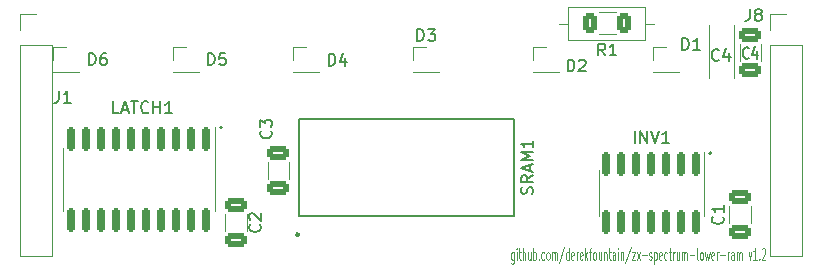
<source format=gto>
G04 #@! TF.GenerationSoftware,KiCad,Pcbnew,6.0.10-86aedd382b~118~ubuntu20.04.1*
G04 #@! TF.CreationDate,2022-12-28T18:12:39+00:00*
G04 #@! TF.ProjectId,slrm,736c726d-2e6b-4696-9361-645f70636258,rev?*
G04 #@! TF.SameCoordinates,Original*
G04 #@! TF.FileFunction,Legend,Top*
G04 #@! TF.FilePolarity,Positive*
%FSLAX46Y46*%
G04 Gerber Fmt 4.6, Leading zero omitted, Abs format (unit mm)*
G04 Created by KiCad (PCBNEW 6.0.10-86aedd382b~118~ubuntu20.04.1) date 2022-12-28 18:12:39*
%MOMM*%
%LPD*%
G01*
G04 APERTURE LIST*
G04 Aperture macros list*
%AMRoundRect*
0 Rectangle with rounded corners*
0 $1 Rounding radius*
0 $2 $3 $4 $5 $6 $7 $8 $9 X,Y pos of 4 corners*
0 Add a 4 corners polygon primitive as box body*
4,1,4,$2,$3,$4,$5,$6,$7,$8,$9,$2,$3,0*
0 Add four circle primitives for the rounded corners*
1,1,$1+$1,$2,$3*
1,1,$1+$1,$4,$5*
1,1,$1+$1,$6,$7*
1,1,$1+$1,$8,$9*
0 Add four rect primitives between the rounded corners*
20,1,$1+$1,$2,$3,$4,$5,0*
20,1,$1+$1,$4,$5,$6,$7,0*
20,1,$1+$1,$6,$7,$8,$9,0*
20,1,$1+$1,$8,$9,$2,$3,0*%
G04 Aperture macros list end*
%ADD10C,0.150000*%
%ADD11C,0.125000*%
%ADD12C,0.120000*%
%ADD13C,0.200000*%
%ADD14C,0.223606*%
%ADD15RoundRect,0.250000X-0.312500X-0.625000X0.312500X-0.625000X0.312500X0.625000X-0.312500X0.625000X0*%
%ADD16RoundRect,0.250000X0.650000X-0.325000X0.650000X0.325000X-0.650000X0.325000X-0.650000X-0.325000X0*%
%ADD17R,1.350000X1.350000*%
%ADD18C,1.600000*%
%ADD19O,0.600000X2.250000*%
%ADD20R,1.700000X1.700000*%
%ADD21O,1.700000X1.700000*%
%ADD22O,1.600000X1.600000*%
%ADD23RoundRect,0.150000X-0.150000X0.837500X-0.150000X-0.837500X0.150000X-0.837500X0.150000X0.837500X0*%
%ADD24RoundRect,0.150000X-0.150000X0.825000X-0.150000X-0.825000X0.150000X-0.825000X0.150000X0.825000X0*%
%ADD25RoundRect,0.250000X-0.650000X0.325000X-0.650000X-0.325000X0.650000X-0.325000X0.650000X0.325000X0*%
G04 APERTURE END LIST*
D10*
X135160000Y-94630000D02*
G75*
G03*
X135160000Y-94630000I-100000J0D01*
G01*
X176580000Y-96820000D02*
G75*
G03*
X176580000Y-96820000I-100000J0D01*
G01*
D11*
X159833990Y-105170314D02*
X159833990Y-105979838D01*
X159810180Y-106075076D01*
X159786371Y-106122695D01*
X159738752Y-106170314D01*
X159667323Y-106170314D01*
X159619704Y-106122695D01*
X159833990Y-105789361D02*
X159786371Y-105836980D01*
X159691133Y-105836980D01*
X159643514Y-105789361D01*
X159619704Y-105741742D01*
X159595895Y-105646504D01*
X159595895Y-105360790D01*
X159619704Y-105265552D01*
X159643514Y-105217933D01*
X159691133Y-105170314D01*
X159786371Y-105170314D01*
X159833990Y-105217933D01*
X160072085Y-105836980D02*
X160072085Y-105170314D01*
X160072085Y-104836980D02*
X160048276Y-104884600D01*
X160072085Y-104932219D01*
X160095895Y-104884600D01*
X160072085Y-104836980D01*
X160072085Y-104932219D01*
X160238752Y-105170314D02*
X160429228Y-105170314D01*
X160310180Y-104836980D02*
X160310180Y-105694123D01*
X160333990Y-105789361D01*
X160381609Y-105836980D01*
X160429228Y-105836980D01*
X160595895Y-105836980D02*
X160595895Y-104836980D01*
X160810180Y-105836980D02*
X160810180Y-105313171D01*
X160786371Y-105217933D01*
X160738752Y-105170314D01*
X160667323Y-105170314D01*
X160619704Y-105217933D01*
X160595895Y-105265552D01*
X161262561Y-105170314D02*
X161262561Y-105836980D01*
X161048276Y-105170314D02*
X161048276Y-105694123D01*
X161072085Y-105789361D01*
X161119704Y-105836980D01*
X161191133Y-105836980D01*
X161238752Y-105789361D01*
X161262561Y-105741742D01*
X161500657Y-105836980D02*
X161500657Y-104836980D01*
X161500657Y-105217933D02*
X161548276Y-105170314D01*
X161643514Y-105170314D01*
X161691133Y-105217933D01*
X161714942Y-105265552D01*
X161738752Y-105360790D01*
X161738752Y-105646504D01*
X161714942Y-105741742D01*
X161691133Y-105789361D01*
X161643514Y-105836980D01*
X161548276Y-105836980D01*
X161500657Y-105789361D01*
X161953038Y-105741742D02*
X161976847Y-105789361D01*
X161953038Y-105836980D01*
X161929228Y-105789361D01*
X161953038Y-105741742D01*
X161953038Y-105836980D01*
X162405419Y-105789361D02*
X162357800Y-105836980D01*
X162262561Y-105836980D01*
X162214942Y-105789361D01*
X162191133Y-105741742D01*
X162167323Y-105646504D01*
X162167323Y-105360790D01*
X162191133Y-105265552D01*
X162214942Y-105217933D01*
X162262561Y-105170314D01*
X162357800Y-105170314D01*
X162405419Y-105217933D01*
X162691133Y-105836980D02*
X162643514Y-105789361D01*
X162619704Y-105741742D01*
X162595895Y-105646504D01*
X162595895Y-105360790D01*
X162619704Y-105265552D01*
X162643514Y-105217933D01*
X162691133Y-105170314D01*
X162762561Y-105170314D01*
X162810180Y-105217933D01*
X162833990Y-105265552D01*
X162857800Y-105360790D01*
X162857800Y-105646504D01*
X162833990Y-105741742D01*
X162810180Y-105789361D01*
X162762561Y-105836980D01*
X162691133Y-105836980D01*
X163072085Y-105836980D02*
X163072085Y-105170314D01*
X163072085Y-105265552D02*
X163095895Y-105217933D01*
X163143514Y-105170314D01*
X163214942Y-105170314D01*
X163262561Y-105217933D01*
X163286371Y-105313171D01*
X163286371Y-105836980D01*
X163286371Y-105313171D02*
X163310180Y-105217933D01*
X163357800Y-105170314D01*
X163429228Y-105170314D01*
X163476847Y-105217933D01*
X163500657Y-105313171D01*
X163500657Y-105836980D01*
X164095895Y-104789361D02*
X163667323Y-106075076D01*
X164476847Y-105836980D02*
X164476847Y-104836980D01*
X164476847Y-105789361D02*
X164429228Y-105836980D01*
X164333990Y-105836980D01*
X164286371Y-105789361D01*
X164262561Y-105741742D01*
X164238752Y-105646504D01*
X164238752Y-105360790D01*
X164262561Y-105265552D01*
X164286371Y-105217933D01*
X164333990Y-105170314D01*
X164429228Y-105170314D01*
X164476847Y-105217933D01*
X164905419Y-105789361D02*
X164857800Y-105836980D01*
X164762561Y-105836980D01*
X164714942Y-105789361D01*
X164691133Y-105694123D01*
X164691133Y-105313171D01*
X164714942Y-105217933D01*
X164762561Y-105170314D01*
X164857800Y-105170314D01*
X164905419Y-105217933D01*
X164929228Y-105313171D01*
X164929228Y-105408409D01*
X164691133Y-105503647D01*
X165143514Y-105836980D02*
X165143514Y-105170314D01*
X165143514Y-105360790D02*
X165167323Y-105265552D01*
X165191133Y-105217933D01*
X165238752Y-105170314D01*
X165286371Y-105170314D01*
X165643514Y-105789361D02*
X165595895Y-105836980D01*
X165500657Y-105836980D01*
X165453038Y-105789361D01*
X165429228Y-105694123D01*
X165429228Y-105313171D01*
X165453038Y-105217933D01*
X165500657Y-105170314D01*
X165595895Y-105170314D01*
X165643514Y-105217933D01*
X165667323Y-105313171D01*
X165667323Y-105408409D01*
X165429228Y-105503647D01*
X165881609Y-105836980D02*
X165881609Y-104836980D01*
X165929228Y-105456028D02*
X166072085Y-105836980D01*
X166072085Y-105170314D02*
X165881609Y-105551266D01*
X166214942Y-105170314D02*
X166405419Y-105170314D01*
X166286371Y-105836980D02*
X166286371Y-104979838D01*
X166310180Y-104884600D01*
X166357800Y-104836980D01*
X166405419Y-104836980D01*
X166643514Y-105836980D02*
X166595895Y-105789361D01*
X166572085Y-105741742D01*
X166548276Y-105646504D01*
X166548276Y-105360790D01*
X166572085Y-105265552D01*
X166595895Y-105217933D01*
X166643514Y-105170314D01*
X166714942Y-105170314D01*
X166762561Y-105217933D01*
X166786371Y-105265552D01*
X166810180Y-105360790D01*
X166810180Y-105646504D01*
X166786371Y-105741742D01*
X166762561Y-105789361D01*
X166714942Y-105836980D01*
X166643514Y-105836980D01*
X167238752Y-105170314D02*
X167238752Y-105836980D01*
X167024466Y-105170314D02*
X167024466Y-105694123D01*
X167048276Y-105789361D01*
X167095895Y-105836980D01*
X167167323Y-105836980D01*
X167214942Y-105789361D01*
X167238752Y-105741742D01*
X167476847Y-105170314D02*
X167476847Y-105836980D01*
X167476847Y-105265552D02*
X167500657Y-105217933D01*
X167548276Y-105170314D01*
X167619704Y-105170314D01*
X167667323Y-105217933D01*
X167691133Y-105313171D01*
X167691133Y-105836980D01*
X167857800Y-105170314D02*
X168048276Y-105170314D01*
X167929228Y-104836980D02*
X167929228Y-105694123D01*
X167953038Y-105789361D01*
X168000657Y-105836980D01*
X168048276Y-105836980D01*
X168429228Y-105836980D02*
X168429228Y-105313171D01*
X168405419Y-105217933D01*
X168357800Y-105170314D01*
X168262561Y-105170314D01*
X168214942Y-105217933D01*
X168429228Y-105789361D02*
X168381609Y-105836980D01*
X168262561Y-105836980D01*
X168214942Y-105789361D01*
X168191133Y-105694123D01*
X168191133Y-105598885D01*
X168214942Y-105503647D01*
X168262561Y-105456028D01*
X168381609Y-105456028D01*
X168429228Y-105408409D01*
X168667323Y-105836980D02*
X168667323Y-105170314D01*
X168667323Y-104836980D02*
X168643514Y-104884600D01*
X168667323Y-104932219D01*
X168691133Y-104884600D01*
X168667323Y-104836980D01*
X168667323Y-104932219D01*
X168905419Y-105170314D02*
X168905419Y-105836980D01*
X168905419Y-105265552D02*
X168929228Y-105217933D01*
X168976847Y-105170314D01*
X169048276Y-105170314D01*
X169095895Y-105217933D01*
X169119704Y-105313171D01*
X169119704Y-105836980D01*
X169714942Y-104789361D02*
X169286371Y-106075076D01*
X169833990Y-105170314D02*
X170095895Y-105170314D01*
X169833990Y-105836980D01*
X170095895Y-105836980D01*
X170238752Y-105836980D02*
X170500657Y-105170314D01*
X170238752Y-105170314D02*
X170500657Y-105836980D01*
X170691133Y-105456028D02*
X171072085Y-105456028D01*
X171286371Y-105789361D02*
X171333990Y-105836980D01*
X171429228Y-105836980D01*
X171476847Y-105789361D01*
X171500657Y-105694123D01*
X171500657Y-105646504D01*
X171476847Y-105551266D01*
X171429228Y-105503647D01*
X171357800Y-105503647D01*
X171310180Y-105456028D01*
X171286371Y-105360790D01*
X171286371Y-105313171D01*
X171310180Y-105217933D01*
X171357800Y-105170314D01*
X171429228Y-105170314D01*
X171476847Y-105217933D01*
X171714942Y-105170314D02*
X171714942Y-106170314D01*
X171714942Y-105217933D02*
X171762561Y-105170314D01*
X171857800Y-105170314D01*
X171905419Y-105217933D01*
X171929228Y-105265552D01*
X171953038Y-105360790D01*
X171953038Y-105646504D01*
X171929228Y-105741742D01*
X171905419Y-105789361D01*
X171857800Y-105836980D01*
X171762561Y-105836980D01*
X171714942Y-105789361D01*
X172357800Y-105789361D02*
X172310180Y-105836980D01*
X172214942Y-105836980D01*
X172167323Y-105789361D01*
X172143514Y-105694123D01*
X172143514Y-105313171D01*
X172167323Y-105217933D01*
X172214942Y-105170314D01*
X172310180Y-105170314D01*
X172357800Y-105217933D01*
X172381609Y-105313171D01*
X172381609Y-105408409D01*
X172143514Y-105503647D01*
X172810180Y-105789361D02*
X172762561Y-105836980D01*
X172667323Y-105836980D01*
X172619704Y-105789361D01*
X172595895Y-105741742D01*
X172572085Y-105646504D01*
X172572085Y-105360790D01*
X172595895Y-105265552D01*
X172619704Y-105217933D01*
X172667323Y-105170314D01*
X172762561Y-105170314D01*
X172810180Y-105217933D01*
X172953038Y-105170314D02*
X173143514Y-105170314D01*
X173024466Y-104836980D02*
X173024466Y-105694123D01*
X173048276Y-105789361D01*
X173095895Y-105836980D01*
X173143514Y-105836980D01*
X173310180Y-105836980D02*
X173310180Y-105170314D01*
X173310180Y-105360790D02*
X173333990Y-105265552D01*
X173357800Y-105217933D01*
X173405419Y-105170314D01*
X173453038Y-105170314D01*
X173833990Y-105170314D02*
X173833990Y-105836980D01*
X173619704Y-105170314D02*
X173619704Y-105694123D01*
X173643514Y-105789361D01*
X173691133Y-105836980D01*
X173762561Y-105836980D01*
X173810180Y-105789361D01*
X173833990Y-105741742D01*
X174072085Y-105836980D02*
X174072085Y-105170314D01*
X174072085Y-105265552D02*
X174095895Y-105217933D01*
X174143514Y-105170314D01*
X174214942Y-105170314D01*
X174262561Y-105217933D01*
X174286371Y-105313171D01*
X174286371Y-105836980D01*
X174286371Y-105313171D02*
X174310180Y-105217933D01*
X174357800Y-105170314D01*
X174429228Y-105170314D01*
X174476847Y-105217933D01*
X174500657Y-105313171D01*
X174500657Y-105836980D01*
X174738752Y-105456028D02*
X175119704Y-105456028D01*
X175429228Y-105836980D02*
X175381609Y-105789361D01*
X175357800Y-105694123D01*
X175357800Y-104836980D01*
X175691133Y-105836980D02*
X175643514Y-105789361D01*
X175619704Y-105741742D01*
X175595895Y-105646504D01*
X175595895Y-105360790D01*
X175619704Y-105265552D01*
X175643514Y-105217933D01*
X175691133Y-105170314D01*
X175762561Y-105170314D01*
X175810180Y-105217933D01*
X175833990Y-105265552D01*
X175857800Y-105360790D01*
X175857800Y-105646504D01*
X175833990Y-105741742D01*
X175810180Y-105789361D01*
X175762561Y-105836980D01*
X175691133Y-105836980D01*
X176024466Y-105170314D02*
X176119704Y-105836980D01*
X176214942Y-105360790D01*
X176310180Y-105836980D01*
X176405419Y-105170314D01*
X176786371Y-105789361D02*
X176738752Y-105836980D01*
X176643514Y-105836980D01*
X176595895Y-105789361D01*
X176572085Y-105694123D01*
X176572085Y-105313171D01*
X176595895Y-105217933D01*
X176643514Y-105170314D01*
X176738752Y-105170314D01*
X176786371Y-105217933D01*
X176810180Y-105313171D01*
X176810180Y-105408409D01*
X176572085Y-105503647D01*
X177024466Y-105836980D02*
X177024466Y-105170314D01*
X177024466Y-105360790D02*
X177048276Y-105265552D01*
X177072085Y-105217933D01*
X177119704Y-105170314D01*
X177167323Y-105170314D01*
X177333990Y-105456028D02*
X177714942Y-105456028D01*
X177953038Y-105836980D02*
X177953038Y-105170314D01*
X177953038Y-105360790D02*
X177976847Y-105265552D01*
X178000657Y-105217933D01*
X178048276Y-105170314D01*
X178095895Y-105170314D01*
X178476847Y-105836980D02*
X178476847Y-105313171D01*
X178453038Y-105217933D01*
X178405419Y-105170314D01*
X178310180Y-105170314D01*
X178262561Y-105217933D01*
X178476847Y-105789361D02*
X178429228Y-105836980D01*
X178310180Y-105836980D01*
X178262561Y-105789361D01*
X178238752Y-105694123D01*
X178238752Y-105598885D01*
X178262561Y-105503647D01*
X178310180Y-105456028D01*
X178429228Y-105456028D01*
X178476847Y-105408409D01*
X178714942Y-105836980D02*
X178714942Y-105170314D01*
X178714942Y-105265552D02*
X178738752Y-105217933D01*
X178786371Y-105170314D01*
X178857800Y-105170314D01*
X178905419Y-105217933D01*
X178929228Y-105313171D01*
X178929228Y-105836980D01*
X178929228Y-105313171D02*
X178953038Y-105217933D01*
X179000657Y-105170314D01*
X179072085Y-105170314D01*
X179119704Y-105217933D01*
X179143514Y-105313171D01*
X179143514Y-105836980D01*
X179714942Y-105170314D02*
X179833990Y-105836980D01*
X179953038Y-105170314D01*
X180405419Y-105836980D02*
X180119704Y-105836980D01*
X180262561Y-105836980D02*
X180262561Y-104836980D01*
X180214942Y-104979838D01*
X180167323Y-105075076D01*
X180119704Y-105122695D01*
X180619704Y-105741742D02*
X180643514Y-105789361D01*
X180619704Y-105836980D01*
X180595895Y-105789361D01*
X180619704Y-105741742D01*
X180619704Y-105836980D01*
X180833990Y-104932219D02*
X180857800Y-104884600D01*
X180905419Y-104836980D01*
X181024466Y-104836980D01*
X181072085Y-104884600D01*
X181095895Y-104932219D01*
X181119704Y-105027457D01*
X181119704Y-105122695D01*
X181095895Y-105265552D01*
X180810180Y-105836980D01*
X181119704Y-105836980D01*
D10*
X179726666Y-88717142D02*
X179688571Y-88764761D01*
X179574285Y-88812380D01*
X179498095Y-88812380D01*
X179383809Y-88764761D01*
X179307619Y-88669523D01*
X179269523Y-88574285D01*
X179231428Y-88383809D01*
X179231428Y-88240952D01*
X179269523Y-88050476D01*
X179307619Y-87955238D01*
X179383809Y-87860000D01*
X179498095Y-87812380D01*
X179574285Y-87812380D01*
X179688571Y-87860000D01*
X179726666Y-87907619D01*
X180412380Y-88145714D02*
X180412380Y-88812380D01*
X180221904Y-87764761D02*
X180031428Y-88479047D01*
X180526666Y-88479047D01*
X123861904Y-89322380D02*
X123861904Y-88322380D01*
X124100000Y-88322380D01*
X124242857Y-88370000D01*
X124338095Y-88465238D01*
X124385714Y-88560476D01*
X124433333Y-88750952D01*
X124433333Y-88893809D01*
X124385714Y-89084285D01*
X124338095Y-89179523D01*
X124242857Y-89274761D01*
X124100000Y-89322380D01*
X123861904Y-89322380D01*
X125290476Y-88322380D02*
X125100000Y-88322380D01*
X125004761Y-88370000D01*
X124957142Y-88417619D01*
X124861904Y-88560476D01*
X124814285Y-88750952D01*
X124814285Y-89131904D01*
X124861904Y-89227142D01*
X124909523Y-89274761D01*
X125004761Y-89322380D01*
X125195238Y-89322380D01*
X125290476Y-89274761D01*
X125338095Y-89227142D01*
X125385714Y-89131904D01*
X125385714Y-88893809D01*
X125338095Y-88798571D01*
X125290476Y-88750952D01*
X125195238Y-88703333D01*
X125004761Y-88703333D01*
X124909523Y-88750952D01*
X124861904Y-88798571D01*
X124814285Y-88893809D01*
X164381904Y-89872380D02*
X164381904Y-88872380D01*
X164620000Y-88872380D01*
X164762857Y-88920000D01*
X164858095Y-89015238D01*
X164905714Y-89110476D01*
X164953333Y-89300952D01*
X164953333Y-89443809D01*
X164905714Y-89634285D01*
X164858095Y-89729523D01*
X164762857Y-89824761D01*
X164620000Y-89872380D01*
X164381904Y-89872380D01*
X165334285Y-88967619D02*
X165381904Y-88920000D01*
X165477142Y-88872380D01*
X165715238Y-88872380D01*
X165810476Y-88920000D01*
X165858095Y-88967619D01*
X165905714Y-89062857D01*
X165905714Y-89158095D01*
X165858095Y-89300952D01*
X165286666Y-89872380D01*
X165905714Y-89872380D01*
X177193333Y-88887142D02*
X177145714Y-88934761D01*
X177002857Y-88982380D01*
X176907619Y-88982380D01*
X176764761Y-88934761D01*
X176669523Y-88839523D01*
X176621904Y-88744285D01*
X176574285Y-88553809D01*
X176574285Y-88410952D01*
X176621904Y-88220476D01*
X176669523Y-88125238D01*
X176764761Y-88030000D01*
X176907619Y-87982380D01*
X177002857Y-87982380D01*
X177145714Y-88030000D01*
X177193333Y-88077619D01*
X178050476Y-88315714D02*
X178050476Y-88982380D01*
X177812380Y-87934761D02*
X177574285Y-88649047D01*
X178193333Y-88649047D01*
X144151904Y-89382380D02*
X144151904Y-88382380D01*
X144390000Y-88382380D01*
X144532857Y-88430000D01*
X144628095Y-88525238D01*
X144675714Y-88620476D01*
X144723333Y-88810952D01*
X144723333Y-88953809D01*
X144675714Y-89144285D01*
X144628095Y-89239523D01*
X144532857Y-89334761D01*
X144390000Y-89382380D01*
X144151904Y-89382380D01*
X145580476Y-88715714D02*
X145580476Y-89382380D01*
X145342380Y-88334761D02*
X145104285Y-89049047D01*
X145723333Y-89049047D01*
X161405316Y-100265003D02*
X161453000Y-100121950D01*
X161453000Y-99883529D01*
X161405316Y-99788160D01*
X161357632Y-99740476D01*
X161262263Y-99692792D01*
X161166895Y-99692792D01*
X161071526Y-99740476D01*
X161023842Y-99788160D01*
X160976157Y-99883529D01*
X160928473Y-100074266D01*
X160880789Y-100169635D01*
X160833105Y-100217319D01*
X160737736Y-100265003D01*
X160642367Y-100265003D01*
X160546999Y-100217319D01*
X160499315Y-100169635D01*
X160451630Y-100074266D01*
X160451630Y-99835845D01*
X160499315Y-99692792D01*
X161453000Y-98691422D02*
X160976157Y-99025212D01*
X161453000Y-99263633D02*
X160451630Y-99263633D01*
X160451630Y-98882159D01*
X160499315Y-98786790D01*
X160546999Y-98739106D01*
X160642367Y-98691422D01*
X160785420Y-98691422D01*
X160880789Y-98739106D01*
X160928473Y-98786790D01*
X160976157Y-98882159D01*
X160976157Y-99263633D01*
X161166895Y-98309947D02*
X161166895Y-97833105D01*
X161453000Y-98405316D02*
X160451630Y-98071526D01*
X161453000Y-97737736D01*
X161453000Y-97403946D02*
X160451630Y-97403946D01*
X161166895Y-97070156D01*
X160451630Y-96736366D01*
X161453000Y-96736366D01*
X161453000Y-95734996D02*
X161453000Y-96307207D01*
X161453000Y-96021102D02*
X160451630Y-96021102D01*
X160594683Y-96116470D01*
X160690052Y-96211839D01*
X160737736Y-96307207D01*
X121326666Y-91522380D02*
X121326666Y-92236666D01*
X121279047Y-92379523D01*
X121183809Y-92474761D01*
X121040952Y-92522380D01*
X120945714Y-92522380D01*
X122326666Y-92522380D02*
X121755238Y-92522380D01*
X122040952Y-92522380D02*
X122040952Y-91522380D01*
X121945714Y-91665238D01*
X121850476Y-91760476D01*
X121755238Y-91808095D01*
X177507142Y-102166666D02*
X177554761Y-102214285D01*
X177602380Y-102357142D01*
X177602380Y-102452380D01*
X177554761Y-102595238D01*
X177459523Y-102690476D01*
X177364285Y-102738095D01*
X177173809Y-102785714D01*
X177030952Y-102785714D01*
X176840476Y-102738095D01*
X176745238Y-102690476D01*
X176650000Y-102595238D01*
X176602380Y-102452380D01*
X176602380Y-102357142D01*
X176650000Y-102214285D01*
X176697619Y-102166666D01*
X177602380Y-101214285D02*
X177602380Y-101785714D01*
X177602380Y-101500000D02*
X176602380Y-101500000D01*
X176745238Y-101595238D01*
X176840476Y-101690476D01*
X176888095Y-101785714D01*
X167573333Y-88522380D02*
X167240000Y-88046190D01*
X167001904Y-88522380D02*
X167001904Y-87522380D01*
X167382857Y-87522380D01*
X167478095Y-87570000D01*
X167525714Y-87617619D01*
X167573333Y-87712857D01*
X167573333Y-87855714D01*
X167525714Y-87950952D01*
X167478095Y-87998571D01*
X167382857Y-88046190D01*
X167001904Y-88046190D01*
X168525714Y-88522380D02*
X167954285Y-88522380D01*
X168240000Y-88522380D02*
X168240000Y-87522380D01*
X168144761Y-87665238D01*
X168049523Y-87760476D01*
X167954285Y-87808095D01*
X138316968Y-102841666D02*
X138364587Y-102889285D01*
X138412206Y-103032142D01*
X138412206Y-103127380D01*
X138364587Y-103270238D01*
X138269349Y-103365476D01*
X138174111Y-103413095D01*
X137983635Y-103460714D01*
X137840778Y-103460714D01*
X137650302Y-103413095D01*
X137555064Y-103365476D01*
X137459826Y-103270238D01*
X137412206Y-103127380D01*
X137412206Y-103032142D01*
X137459826Y-102889285D01*
X137507445Y-102841666D01*
X137507445Y-102460714D02*
X137459826Y-102413095D01*
X137412206Y-102317857D01*
X137412206Y-102079761D01*
X137459826Y-101984523D01*
X137507445Y-101936904D01*
X137602683Y-101889285D01*
X137697921Y-101889285D01*
X137840778Y-101936904D01*
X138412206Y-102508333D01*
X138412206Y-101889285D01*
X179816666Y-84612380D02*
X179816666Y-85326666D01*
X179769047Y-85469523D01*
X179673809Y-85564761D01*
X179530952Y-85612380D01*
X179435714Y-85612380D01*
X180435714Y-85040952D02*
X180340476Y-84993333D01*
X180292857Y-84945714D01*
X180245238Y-84850476D01*
X180245238Y-84802857D01*
X180292857Y-84707619D01*
X180340476Y-84660000D01*
X180435714Y-84612380D01*
X180626190Y-84612380D01*
X180721428Y-84660000D01*
X180769047Y-84707619D01*
X180816666Y-84802857D01*
X180816666Y-84850476D01*
X180769047Y-84945714D01*
X180721428Y-84993333D01*
X180626190Y-85040952D01*
X180435714Y-85040952D01*
X180340476Y-85088571D01*
X180292857Y-85136190D01*
X180245238Y-85231428D01*
X180245238Y-85421904D01*
X180292857Y-85517142D01*
X180340476Y-85564761D01*
X180435714Y-85612380D01*
X180626190Y-85612380D01*
X180721428Y-85564761D01*
X180769047Y-85517142D01*
X180816666Y-85421904D01*
X180816666Y-85231428D01*
X180769047Y-85136190D01*
X180721428Y-85088571D01*
X180626190Y-85040952D01*
X133941904Y-89342380D02*
X133941904Y-88342380D01*
X134180000Y-88342380D01*
X134322857Y-88390000D01*
X134418095Y-88485238D01*
X134465714Y-88580476D01*
X134513333Y-88770952D01*
X134513333Y-88913809D01*
X134465714Y-89104285D01*
X134418095Y-89199523D01*
X134322857Y-89294761D01*
X134180000Y-89342380D01*
X133941904Y-89342380D01*
X135418095Y-88342380D02*
X134941904Y-88342380D01*
X134894285Y-88818571D01*
X134941904Y-88770952D01*
X135037142Y-88723333D01*
X135275238Y-88723333D01*
X135370476Y-88770952D01*
X135418095Y-88818571D01*
X135465714Y-88913809D01*
X135465714Y-89151904D01*
X135418095Y-89247142D01*
X135370476Y-89294761D01*
X135275238Y-89342380D01*
X135037142Y-89342380D01*
X134941904Y-89294761D01*
X134894285Y-89247142D01*
X174091904Y-88062380D02*
X174091904Y-87062380D01*
X174330000Y-87062380D01*
X174472857Y-87110000D01*
X174568095Y-87205238D01*
X174615714Y-87300476D01*
X174663333Y-87490952D01*
X174663333Y-87633809D01*
X174615714Y-87824285D01*
X174568095Y-87919523D01*
X174472857Y-88014761D01*
X174330000Y-88062380D01*
X174091904Y-88062380D01*
X175615714Y-88062380D02*
X175044285Y-88062380D01*
X175330000Y-88062380D02*
X175330000Y-87062380D01*
X175234761Y-87205238D01*
X175139523Y-87300476D01*
X175044285Y-87348095D01*
X126371600Y-93416380D02*
X125895409Y-93416380D01*
X125895409Y-92416380D01*
X126657314Y-93130666D02*
X127133504Y-93130666D01*
X126562076Y-93416380D02*
X126895409Y-92416380D01*
X127228742Y-93416380D01*
X127419219Y-92416380D02*
X127990647Y-92416380D01*
X127704933Y-93416380D02*
X127704933Y-92416380D01*
X128895409Y-93321142D02*
X128847790Y-93368761D01*
X128704933Y-93416380D01*
X128609695Y-93416380D01*
X128466838Y-93368761D01*
X128371600Y-93273523D01*
X128323980Y-93178285D01*
X128276361Y-92987809D01*
X128276361Y-92844952D01*
X128323980Y-92654476D01*
X128371600Y-92559238D01*
X128466838Y-92464000D01*
X128609695Y-92416380D01*
X128704933Y-92416380D01*
X128847790Y-92464000D01*
X128895409Y-92511619D01*
X129323980Y-93416380D02*
X129323980Y-92416380D01*
X129323980Y-92892571D02*
X129895409Y-92892571D01*
X129895409Y-93416380D02*
X129895409Y-92416380D01*
X130895409Y-93416380D02*
X130323980Y-93416380D01*
X130609695Y-93416380D02*
X130609695Y-92416380D01*
X130514457Y-92559238D01*
X130419219Y-92654476D01*
X130323980Y-92702095D01*
X170072228Y-95930980D02*
X170072228Y-94930980D01*
X170548419Y-95930980D02*
X170548419Y-94930980D01*
X171119847Y-95930980D01*
X171119847Y-94930980D01*
X171453180Y-94930980D02*
X171786514Y-95930980D01*
X172119847Y-94930980D01*
X172976990Y-95930980D02*
X172405561Y-95930980D01*
X172691276Y-95930980D02*
X172691276Y-94930980D01*
X172596038Y-95073838D01*
X172500800Y-95169076D01*
X172405561Y-95216695D01*
X151661904Y-87292380D02*
X151661904Y-86292380D01*
X151900000Y-86292380D01*
X152042857Y-86340000D01*
X152138095Y-86435238D01*
X152185714Y-86530476D01*
X152233333Y-86720952D01*
X152233333Y-86863809D01*
X152185714Y-87054285D01*
X152138095Y-87149523D01*
X152042857Y-87244761D01*
X151900000Y-87292380D01*
X151661904Y-87292380D01*
X152566666Y-86292380D02*
X153185714Y-86292380D01*
X152852380Y-86673333D01*
X152995238Y-86673333D01*
X153090476Y-86720952D01*
X153138095Y-86768571D01*
X153185714Y-86863809D01*
X153185714Y-87101904D01*
X153138095Y-87197142D01*
X153090476Y-87244761D01*
X152995238Y-87292380D01*
X152709523Y-87292380D01*
X152614285Y-87244761D01*
X152566666Y-87197142D01*
X139257142Y-94906249D02*
X139304761Y-94953868D01*
X139352380Y-95096725D01*
X139352380Y-95191963D01*
X139304761Y-95334821D01*
X139209523Y-95430059D01*
X139114285Y-95477678D01*
X138923809Y-95525297D01*
X138780952Y-95525297D01*
X138590476Y-95477678D01*
X138495238Y-95430059D01*
X138400000Y-95334821D01*
X138352380Y-95191963D01*
X138352380Y-95096725D01*
X138400000Y-94953868D01*
X138447619Y-94906249D01*
X138352380Y-94572916D02*
X138352380Y-93953868D01*
X138733333Y-94287202D01*
X138733333Y-94144344D01*
X138780952Y-94049106D01*
X138828571Y-94001487D01*
X138923809Y-93953868D01*
X139161904Y-93953868D01*
X139257142Y-94001487D01*
X139304761Y-94049106D01*
X139352380Y-94144344D01*
X139352380Y-94430059D01*
X139304761Y-94525297D01*
X139257142Y-94572916D01*
D12*
X167012936Y-86710000D02*
X168467064Y-86710000D01*
X167012936Y-84890000D02*
X168467064Y-84890000D01*
X180780000Y-88961252D02*
X180780000Y-87538748D01*
X178960000Y-88961252D02*
X178960000Y-87538748D01*
X120860000Y-88900000D02*
X120860000Y-87840000D01*
X122980000Y-89900000D02*
X122980000Y-89960000D01*
X120860000Y-89900000D02*
X120860000Y-89960000D01*
X120860000Y-87840000D02*
X121920000Y-87840000D01*
X120860000Y-89960000D02*
X122980000Y-89960000D01*
X120860000Y-89900000D02*
X122980000Y-89900000D01*
X161500000Y-89900000D02*
X163620000Y-89900000D01*
X161500000Y-89960000D02*
X163620000Y-89960000D01*
X161500000Y-87840000D02*
X162560000Y-87840000D01*
X161500000Y-89900000D02*
X161500000Y-89960000D01*
X161500000Y-88900000D02*
X161500000Y-87840000D01*
X163620000Y-89900000D02*
X163620000Y-89960000D01*
X178470000Y-85920000D02*
X178455000Y-85920000D01*
X178470000Y-85920000D02*
X178470000Y-90460000D01*
X176345000Y-85920000D02*
X176330000Y-85920000D01*
X176330000Y-85920000D02*
X176330000Y-90460000D01*
X178470000Y-90460000D02*
X178455000Y-90460000D01*
X176345000Y-90460000D02*
X176330000Y-90460000D01*
X141180000Y-89900000D02*
X143300000Y-89900000D01*
X141180000Y-88900000D02*
X141180000Y-87840000D01*
X141180000Y-87840000D02*
X142240000Y-87840000D01*
X141180000Y-89900000D02*
X141180000Y-89960000D01*
X141180000Y-89960000D02*
X143300000Y-89960000D01*
X143300000Y-89900000D02*
X143300000Y-89960000D01*
D13*
X141618809Y-93900000D02*
X159818809Y-93900000D01*
X159818809Y-93900000D02*
X159818809Y-102100000D01*
X141618809Y-102100000D02*
X141618809Y-93900000D01*
X159818809Y-102100000D02*
X141618809Y-102100000D01*
D14*
X141630612Y-103700000D02*
G75*
G03*
X141630612Y-103700000I-111803J0D01*
G01*
D12*
X118050000Y-86360000D02*
X118050000Y-85030000D01*
X118050000Y-105470000D02*
X120710000Y-105470000D01*
X120710000Y-87630000D02*
X120710000Y-105470000D01*
X118050000Y-87630000D02*
X118050000Y-105470000D01*
X118050000Y-85030000D02*
X119380000Y-85030000D01*
X118050000Y-87630000D02*
X120710000Y-87630000D01*
X178090000Y-102711252D02*
X178090000Y-101288748D01*
X179910000Y-102711252D02*
X179910000Y-101288748D01*
X164395400Y-87196600D02*
X170935400Y-87196600D01*
X170935400Y-84456600D02*
X164395400Y-84456600D01*
X163625400Y-85826600D02*
X164395400Y-85826600D01*
X171705400Y-85826600D02*
X170935400Y-85826600D01*
X170935400Y-87196600D02*
X170935400Y-84456600D01*
X164395400Y-84456600D02*
X164395400Y-87196600D01*
X137210000Y-103386252D02*
X137210000Y-101963748D01*
X135390000Y-103386252D02*
X135390000Y-101963748D01*
X181550000Y-86360000D02*
X181550000Y-85030000D01*
X181550000Y-87630000D02*
X181550000Y-105470000D01*
X184210000Y-87630000D02*
X184210000Y-105470000D01*
X181550000Y-87630000D02*
X184210000Y-87630000D01*
X181550000Y-105470000D02*
X184210000Y-105470000D01*
X181550000Y-85030000D02*
X182880000Y-85030000D01*
X133140000Y-89900000D02*
X133140000Y-89960000D01*
X131020000Y-89960000D02*
X133140000Y-89960000D01*
X131020000Y-87840000D02*
X132080000Y-87840000D01*
X131020000Y-89900000D02*
X131020000Y-89960000D01*
X131020000Y-88900000D02*
X131020000Y-87840000D01*
X131020000Y-89900000D02*
X133140000Y-89900000D01*
X171660000Y-89960000D02*
X173780000Y-89960000D01*
X171660000Y-88900000D02*
X171660000Y-87840000D01*
X171660000Y-87840000D02*
X172720000Y-87840000D01*
X171660000Y-89900000D02*
X171660000Y-89960000D01*
X171660000Y-89900000D02*
X173780000Y-89900000D01*
X173780000Y-89900000D02*
X173780000Y-89960000D01*
X121690000Y-99040000D02*
X121690000Y-96390000D01*
X134510000Y-99040000D02*
X134510000Y-101690000D01*
X134510000Y-99040000D02*
X134510000Y-94590000D01*
X121690000Y-99040000D02*
X121690000Y-101690000D01*
X175910000Y-100190000D02*
X175910000Y-102140000D01*
X167040000Y-100190000D02*
X167040000Y-98240000D01*
X167040000Y-100190000D02*
X167040000Y-102140000D01*
X175910000Y-100190000D02*
X175910000Y-96740000D01*
X151340000Y-89960000D02*
X153460000Y-89960000D01*
X151340000Y-88900000D02*
X151340000Y-87840000D01*
X153460000Y-89900000D02*
X153460000Y-89960000D01*
X151340000Y-89900000D02*
X153460000Y-89900000D01*
X151340000Y-89900000D02*
X151340000Y-89960000D01*
X151340000Y-87840000D02*
X152400000Y-87840000D01*
X140810000Y-97553331D02*
X140810000Y-98975835D01*
X138990000Y-97553331D02*
X138990000Y-98975835D01*
%LPC*%
D15*
X166277500Y-85800000D03*
X169202500Y-85800000D03*
D16*
X179870000Y-89725000D03*
X179870000Y-86775000D03*
D17*
X121920000Y-88900000D03*
X162560000Y-88900000D03*
D18*
X177400000Y-85690000D03*
X177400000Y-90690000D03*
D17*
X142240000Y-88900000D03*
D19*
X142493809Y-103550000D03*
X143763809Y-103550000D03*
X145033809Y-103550000D03*
X146303809Y-103550000D03*
X147573809Y-103550000D03*
X148843809Y-103550000D03*
X150113809Y-103550000D03*
X151383809Y-103550000D03*
X152653809Y-103550000D03*
X153923809Y-103550000D03*
X155193809Y-103550000D03*
X156463809Y-103550000D03*
X157733809Y-103550000D03*
X159003809Y-103550000D03*
X158943809Y-92450000D03*
X157673809Y-92450000D03*
X156403809Y-92450000D03*
X155133809Y-92450000D03*
X153863809Y-92450000D03*
X152593809Y-92450000D03*
X151323809Y-92450000D03*
X150053809Y-92450000D03*
X148783809Y-92450000D03*
X147513809Y-92450000D03*
X146243809Y-92450000D03*
X144973809Y-92450000D03*
X143703809Y-92450000D03*
X142433809Y-92450000D03*
D20*
X119380000Y-86360000D03*
D21*
X119380000Y-88900000D03*
X119380000Y-91440000D03*
X119380000Y-93980000D03*
X119380000Y-96520000D03*
X119380000Y-99060000D03*
X119380000Y-101600000D03*
X119380000Y-104140000D03*
D16*
X179000000Y-103475000D03*
X179000000Y-100525000D03*
D22*
X172745400Y-85826600D03*
D18*
X162585400Y-85826600D03*
D16*
X136300000Y-104150000D03*
X136300000Y-101200000D03*
D20*
X182880000Y-86360000D03*
D21*
X182880000Y-88900000D03*
X182880000Y-91440000D03*
X182880000Y-93980000D03*
X182880000Y-96520000D03*
X182880000Y-99060000D03*
X182880000Y-101600000D03*
X182880000Y-104140000D03*
D17*
X132080000Y-88900000D03*
X172720000Y-88900000D03*
D23*
X133815000Y-95577500D03*
X132545000Y-95577500D03*
X131275000Y-95577500D03*
X130005000Y-95577500D03*
X128735000Y-95577500D03*
X127465000Y-95577500D03*
X126195000Y-95577500D03*
X124925000Y-95577500D03*
X123655000Y-95577500D03*
X122385000Y-95577500D03*
X122385000Y-102502500D03*
X123655000Y-102502500D03*
X124925000Y-102502500D03*
X126195000Y-102502500D03*
X127465000Y-102502500D03*
X128735000Y-102502500D03*
X130005000Y-102502500D03*
X131275000Y-102502500D03*
X132545000Y-102502500D03*
X133815000Y-102502500D03*
D24*
X175285000Y-97715000D03*
X174015000Y-97715000D03*
X172745000Y-97715000D03*
X171475000Y-97715000D03*
X170205000Y-97715000D03*
X168935000Y-97715000D03*
X167665000Y-97715000D03*
X167665000Y-102665000D03*
X168935000Y-102665000D03*
X170205000Y-102665000D03*
X171475000Y-102665000D03*
X172745000Y-102665000D03*
X174015000Y-102665000D03*
X175285000Y-102665000D03*
D17*
X152400000Y-88900000D03*
D25*
X139900000Y-96789583D03*
X139900000Y-99739583D03*
M02*

</source>
